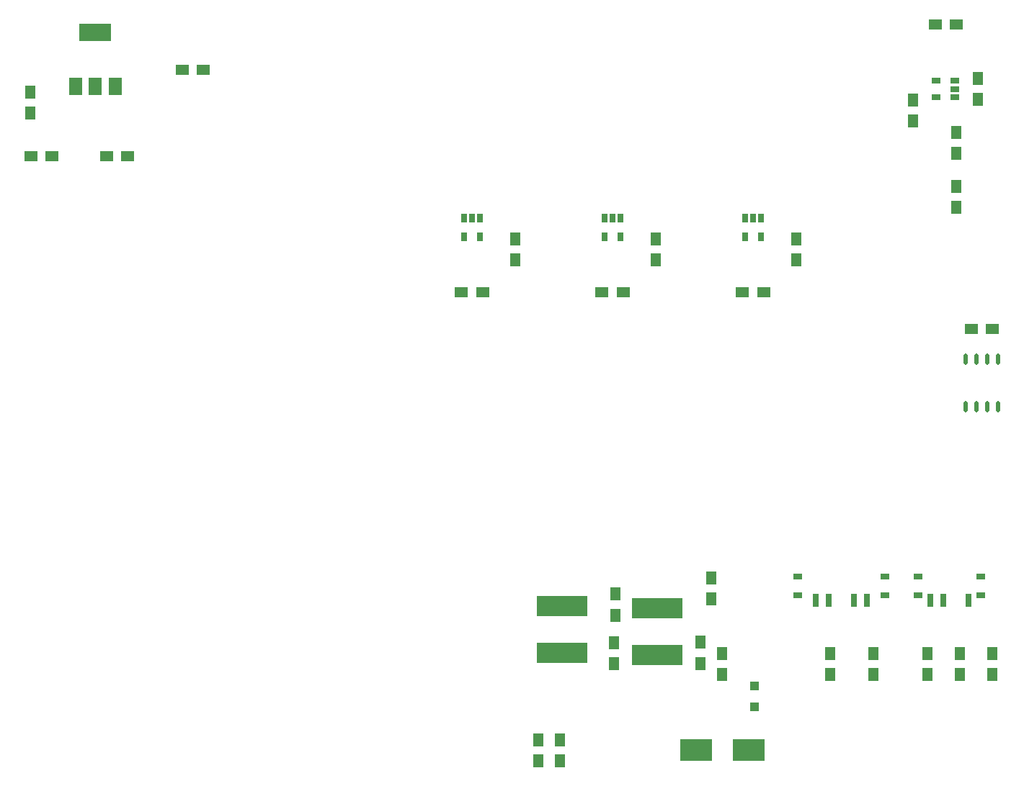
<source format=gtp>
G04 #@! TF.GenerationSoftware,KiCad,Pcbnew,5.0.0-rc2*
G04 #@! TF.CreationDate,2019-04-21T21:26:54-04:00*
G04 #@! TF.ProjectId,batterystation,6261747465727973746174696F6E2E6B,rev?*
G04 #@! TF.SameCoordinates,Original*
G04 #@! TF.FileFunction,Paste,Top*
G04 #@! TF.FilePolarity,Positive*
%FSLAX46Y46*%
G04 Gerber Fmt 4.6, Leading zero omitted, Abs format (unit mm)*
G04 Created by KiCad (PCBNEW 5.0.0-rc2) date Sun Apr 21 21:26:54 2019*
%MOMM*%
%LPD*%
G01*
G04 APERTURE LIST*
%ADD10R,1.250000X1.500000*%
%ADD11R,1.500000X1.250000*%
%ADD12R,3.750000X2.500000*%
%ADD13R,1.000000X1.000000*%
%ADD14R,5.900000X2.450000*%
%ADD15R,1.060000X0.650000*%
%ADD16O,0.457200X1.320800*%
%ADD17R,0.700000X1.500000*%
%ADD18R,1.000000X0.800000*%
%ADD19R,3.800000X2.000000*%
%ADD20R,1.500000X2.000000*%
%ADD21R,0.650000X1.060000*%
G04 APERTURE END LIST*
D10*
G04 #@! TO.C,C1*
X178642000Y-65692700D03*
X178642000Y-63192700D03*
G04 #@! TD*
G04 #@! TO.C,C2*
X186262000Y-60652700D03*
X186262000Y-63152700D03*
G04 #@! TD*
D11*
G04 #@! TO.C,C3*
X187940000Y-90170000D03*
X185440000Y-90170000D03*
G04 #@! TD*
G04 #@! TO.C,C4*
X95230000Y-59690000D03*
X92730000Y-59690000D03*
G04 #@! TD*
G04 #@! TO.C,C5*
X86340000Y-69850000D03*
X83840000Y-69850000D03*
G04 #@! TD*
D10*
G04 #@! TO.C,C6*
X143510000Y-127020000D03*
X143510000Y-129520000D03*
G04 #@! TD*
G04 #@! TO.C,C7*
X143637000Y-121305000D03*
X143637000Y-123805000D03*
G04 #@! TD*
G04 #@! TO.C,C8*
X137160000Y-138450000D03*
X137160000Y-140950000D03*
G04 #@! TD*
G04 #@! TO.C,C9*
X156210000Y-128290000D03*
X156210000Y-130790000D03*
G04 #@! TD*
D12*
G04 #@! TO.C,C10*
X159335000Y-139700000D03*
X153085000Y-139700000D03*
G04 #@! TD*
D10*
G04 #@! TO.C,D1*
X183722000Y-69502700D03*
X183722000Y-67002700D03*
G04 #@! TD*
D13*
G04 #@! TO.C,D2*
X160020000Y-134600000D03*
X160020000Y-132100000D03*
G04 #@! TD*
D14*
G04 #@! TO.C,L1*
X137414000Y-128251000D03*
X137414000Y-122701000D03*
G04 #@! TD*
G04 #@! TO.C,L2*
X148590000Y-128505000D03*
X148590000Y-122955000D03*
G04 #@! TD*
D15*
G04 #@! TO.C,P10*
X183552000Y-62852700D03*
X183552000Y-61902700D03*
X183552000Y-60952700D03*
X181352000Y-60952700D03*
X181352000Y-62852700D03*
G04 #@! TD*
D16*
G04 #@! TO.C,P11*
X188595000Y-93726000D03*
X187325000Y-93726000D03*
X186055000Y-93726000D03*
X184785000Y-93726000D03*
X184785000Y-99314000D03*
X186055000Y-99314000D03*
X187325000Y-99314000D03*
X188595000Y-99314000D03*
G04 #@! TD*
D11*
G04 #@! TO.C,R1*
X181202000Y-54282700D03*
X183702000Y-54282700D03*
G04 #@! TD*
D10*
G04 #@! TO.C,R2*
X183722000Y-73352700D03*
X183722000Y-75852700D03*
G04 #@! TD*
D11*
G04 #@! TO.C,R3*
X77450000Y-69850000D03*
X74950000Y-69850000D03*
G04 #@! TD*
D10*
G04 #@! TO.C,R4*
X74930000Y-62250000D03*
X74930000Y-64750000D03*
G04 #@! TD*
G04 #@! TO.C,R5*
X180340000Y-130790000D03*
X180340000Y-128290000D03*
G04 #@! TD*
G04 #@! TO.C,R6*
X187960000Y-130790000D03*
X187960000Y-128290000D03*
G04 #@! TD*
G04 #@! TO.C,R7*
X184150000Y-128290000D03*
X184150000Y-130790000D03*
G04 #@! TD*
G04 #@! TO.C,R8*
X173990000Y-128290000D03*
X173990000Y-130790000D03*
G04 #@! TD*
G04 #@! TO.C,R10*
X153670000Y-129500000D03*
X153670000Y-127000000D03*
G04 #@! TD*
G04 #@! TO.C,R11*
X154940000Y-119400000D03*
X154940000Y-121900000D03*
G04 #@! TD*
G04 #@! TO.C,R12*
X134620000Y-140950000D03*
X134620000Y-138450000D03*
G04 #@! TD*
G04 #@! TO.C,R13*
X168910000Y-130790000D03*
X168910000Y-128290000D03*
G04 #@! TD*
D11*
G04 #@! TO.C,R14*
X125555000Y-85844400D03*
X128055000Y-85844400D03*
G04 #@! TD*
D10*
G04 #@! TO.C,R15*
X131885000Y-82014400D03*
X131885000Y-79514400D03*
G04 #@! TD*
D11*
G04 #@! TO.C,R16*
X144565000Y-85844400D03*
X142065000Y-85844400D03*
G04 #@! TD*
D10*
G04 #@! TO.C,R17*
X148395000Y-79514400D03*
X148395000Y-82014400D03*
G04 #@! TD*
D11*
G04 #@! TO.C,R18*
X158575000Y-85844400D03*
X161075000Y-85844400D03*
G04 #@! TD*
D10*
G04 #@! TO.C,R19*
X164905000Y-79514400D03*
X164905000Y-82014400D03*
G04 #@! TD*
D17*
G04 #@! TO.C,SW1*
X185130000Y-122075000D03*
X182130000Y-122075000D03*
X180630000Y-122075000D03*
D18*
X186530000Y-119225000D03*
X179230000Y-119225000D03*
X179230000Y-121425000D03*
X186530000Y-121425000D03*
G04 #@! TD*
D17*
G04 #@! TO.C,SW2*
X173180000Y-122075000D03*
X171680000Y-122075000D03*
X168680000Y-122075000D03*
X167180000Y-122075000D03*
D18*
X175330000Y-119225000D03*
X165030000Y-119225000D03*
X165030000Y-121425000D03*
X175330000Y-121425000D03*
G04 #@! TD*
D19*
G04 #@! TO.C,U2*
X82550000Y-55270000D03*
D20*
X82550000Y-61570000D03*
X84850000Y-61570000D03*
X80250000Y-61570000D03*
G04 #@! TD*
D21*
G04 #@! TO.C,U3*
X127755000Y-79324400D03*
X125855000Y-79324400D03*
X125855000Y-77124400D03*
X126805000Y-77124400D03*
X127755000Y-77124400D03*
G04 #@! TD*
G04 #@! TO.C,U4*
X144265000Y-77124400D03*
X143315000Y-77124400D03*
X142365000Y-77124400D03*
X142365000Y-79324400D03*
X144265000Y-79324400D03*
G04 #@! TD*
G04 #@! TO.C,U5*
X160775000Y-79324400D03*
X158875000Y-79324400D03*
X158875000Y-77124400D03*
X159825000Y-77124400D03*
X160775000Y-77124400D03*
G04 #@! TD*
M02*

</source>
